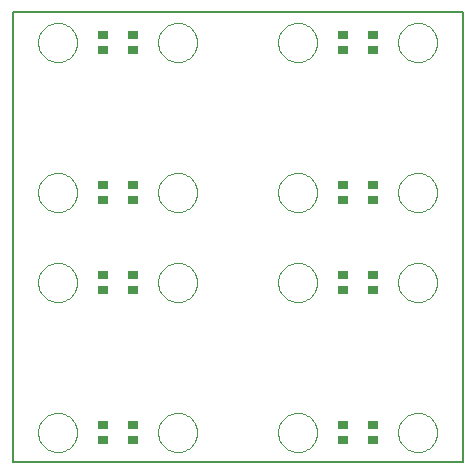
<source format=gtp>
G75*
G70*
%OFA0B0*%
%FSLAX24Y24*%
%IPPOS*%
%LPD*%
%AMOC8*
5,1,8,0,0,1.08239X$1,22.5*
%
%ADD10C,0.0080*%
%ADD11R,0.0354X0.0276*%
%ADD12C,0.0000*%
D10*
X008338Y000501D02*
X008338Y015501D01*
X023338Y015501D01*
X023338Y000501D01*
X008338Y000501D01*
D11*
X011338Y001245D03*
X012338Y001245D03*
X012338Y001757D03*
X011338Y001757D03*
X019338Y001757D03*
X020338Y001757D03*
X020338Y001245D03*
X019338Y001245D03*
X019338Y006245D03*
X019338Y006757D03*
X020338Y006757D03*
X020338Y006245D03*
X020338Y009245D03*
X019338Y009245D03*
X019338Y009757D03*
X020338Y009757D03*
X012338Y009757D03*
X011338Y009757D03*
X011338Y009245D03*
X012338Y009245D03*
X012338Y006757D03*
X011338Y006757D03*
X011338Y006245D03*
X012338Y006245D03*
X012338Y014245D03*
X011338Y014245D03*
X011338Y014757D03*
X012338Y014757D03*
X019338Y014757D03*
X019338Y014245D03*
X020338Y014245D03*
X020338Y014757D03*
D12*
X021188Y014501D02*
X021190Y014551D01*
X021196Y014601D01*
X021206Y014651D01*
X021219Y014699D01*
X021236Y014747D01*
X021257Y014793D01*
X021281Y014837D01*
X021309Y014879D01*
X021340Y014919D01*
X021374Y014956D01*
X021411Y014991D01*
X021450Y015022D01*
X021491Y015051D01*
X021535Y015076D01*
X021581Y015098D01*
X021628Y015116D01*
X021676Y015130D01*
X021725Y015141D01*
X021775Y015148D01*
X021825Y015151D01*
X021876Y015150D01*
X021926Y015145D01*
X021976Y015136D01*
X022024Y015124D01*
X022072Y015107D01*
X022118Y015087D01*
X022163Y015064D01*
X022206Y015037D01*
X022246Y015007D01*
X022284Y014974D01*
X022319Y014938D01*
X022352Y014899D01*
X022381Y014858D01*
X022407Y014815D01*
X022430Y014770D01*
X022449Y014723D01*
X022464Y014675D01*
X022476Y014626D01*
X022484Y014576D01*
X022488Y014526D01*
X022488Y014476D01*
X022484Y014426D01*
X022476Y014376D01*
X022464Y014327D01*
X022449Y014279D01*
X022430Y014232D01*
X022407Y014187D01*
X022381Y014144D01*
X022352Y014103D01*
X022319Y014064D01*
X022284Y014028D01*
X022246Y013995D01*
X022206Y013965D01*
X022163Y013938D01*
X022118Y013915D01*
X022072Y013895D01*
X022024Y013878D01*
X021976Y013866D01*
X021926Y013857D01*
X021876Y013852D01*
X021825Y013851D01*
X021775Y013854D01*
X021725Y013861D01*
X021676Y013872D01*
X021628Y013886D01*
X021581Y013904D01*
X021535Y013926D01*
X021491Y013951D01*
X021450Y013980D01*
X021411Y014011D01*
X021374Y014046D01*
X021340Y014083D01*
X021309Y014123D01*
X021281Y014165D01*
X021257Y014209D01*
X021236Y014255D01*
X021219Y014303D01*
X021206Y014351D01*
X021196Y014401D01*
X021190Y014451D01*
X021188Y014501D01*
X017188Y014501D02*
X017190Y014551D01*
X017196Y014601D01*
X017206Y014651D01*
X017219Y014699D01*
X017236Y014747D01*
X017257Y014793D01*
X017281Y014837D01*
X017309Y014879D01*
X017340Y014919D01*
X017374Y014956D01*
X017411Y014991D01*
X017450Y015022D01*
X017491Y015051D01*
X017535Y015076D01*
X017581Y015098D01*
X017628Y015116D01*
X017676Y015130D01*
X017725Y015141D01*
X017775Y015148D01*
X017825Y015151D01*
X017876Y015150D01*
X017926Y015145D01*
X017976Y015136D01*
X018024Y015124D01*
X018072Y015107D01*
X018118Y015087D01*
X018163Y015064D01*
X018206Y015037D01*
X018246Y015007D01*
X018284Y014974D01*
X018319Y014938D01*
X018352Y014899D01*
X018381Y014858D01*
X018407Y014815D01*
X018430Y014770D01*
X018449Y014723D01*
X018464Y014675D01*
X018476Y014626D01*
X018484Y014576D01*
X018488Y014526D01*
X018488Y014476D01*
X018484Y014426D01*
X018476Y014376D01*
X018464Y014327D01*
X018449Y014279D01*
X018430Y014232D01*
X018407Y014187D01*
X018381Y014144D01*
X018352Y014103D01*
X018319Y014064D01*
X018284Y014028D01*
X018246Y013995D01*
X018206Y013965D01*
X018163Y013938D01*
X018118Y013915D01*
X018072Y013895D01*
X018024Y013878D01*
X017976Y013866D01*
X017926Y013857D01*
X017876Y013852D01*
X017825Y013851D01*
X017775Y013854D01*
X017725Y013861D01*
X017676Y013872D01*
X017628Y013886D01*
X017581Y013904D01*
X017535Y013926D01*
X017491Y013951D01*
X017450Y013980D01*
X017411Y014011D01*
X017374Y014046D01*
X017340Y014083D01*
X017309Y014123D01*
X017281Y014165D01*
X017257Y014209D01*
X017236Y014255D01*
X017219Y014303D01*
X017206Y014351D01*
X017196Y014401D01*
X017190Y014451D01*
X017188Y014501D01*
X013188Y014501D02*
X013190Y014551D01*
X013196Y014601D01*
X013206Y014651D01*
X013219Y014699D01*
X013236Y014747D01*
X013257Y014793D01*
X013281Y014837D01*
X013309Y014879D01*
X013340Y014919D01*
X013374Y014956D01*
X013411Y014991D01*
X013450Y015022D01*
X013491Y015051D01*
X013535Y015076D01*
X013581Y015098D01*
X013628Y015116D01*
X013676Y015130D01*
X013725Y015141D01*
X013775Y015148D01*
X013825Y015151D01*
X013876Y015150D01*
X013926Y015145D01*
X013976Y015136D01*
X014024Y015124D01*
X014072Y015107D01*
X014118Y015087D01*
X014163Y015064D01*
X014206Y015037D01*
X014246Y015007D01*
X014284Y014974D01*
X014319Y014938D01*
X014352Y014899D01*
X014381Y014858D01*
X014407Y014815D01*
X014430Y014770D01*
X014449Y014723D01*
X014464Y014675D01*
X014476Y014626D01*
X014484Y014576D01*
X014488Y014526D01*
X014488Y014476D01*
X014484Y014426D01*
X014476Y014376D01*
X014464Y014327D01*
X014449Y014279D01*
X014430Y014232D01*
X014407Y014187D01*
X014381Y014144D01*
X014352Y014103D01*
X014319Y014064D01*
X014284Y014028D01*
X014246Y013995D01*
X014206Y013965D01*
X014163Y013938D01*
X014118Y013915D01*
X014072Y013895D01*
X014024Y013878D01*
X013976Y013866D01*
X013926Y013857D01*
X013876Y013852D01*
X013825Y013851D01*
X013775Y013854D01*
X013725Y013861D01*
X013676Y013872D01*
X013628Y013886D01*
X013581Y013904D01*
X013535Y013926D01*
X013491Y013951D01*
X013450Y013980D01*
X013411Y014011D01*
X013374Y014046D01*
X013340Y014083D01*
X013309Y014123D01*
X013281Y014165D01*
X013257Y014209D01*
X013236Y014255D01*
X013219Y014303D01*
X013206Y014351D01*
X013196Y014401D01*
X013190Y014451D01*
X013188Y014501D01*
X009188Y014501D02*
X009190Y014551D01*
X009196Y014601D01*
X009206Y014651D01*
X009219Y014699D01*
X009236Y014747D01*
X009257Y014793D01*
X009281Y014837D01*
X009309Y014879D01*
X009340Y014919D01*
X009374Y014956D01*
X009411Y014991D01*
X009450Y015022D01*
X009491Y015051D01*
X009535Y015076D01*
X009581Y015098D01*
X009628Y015116D01*
X009676Y015130D01*
X009725Y015141D01*
X009775Y015148D01*
X009825Y015151D01*
X009876Y015150D01*
X009926Y015145D01*
X009976Y015136D01*
X010024Y015124D01*
X010072Y015107D01*
X010118Y015087D01*
X010163Y015064D01*
X010206Y015037D01*
X010246Y015007D01*
X010284Y014974D01*
X010319Y014938D01*
X010352Y014899D01*
X010381Y014858D01*
X010407Y014815D01*
X010430Y014770D01*
X010449Y014723D01*
X010464Y014675D01*
X010476Y014626D01*
X010484Y014576D01*
X010488Y014526D01*
X010488Y014476D01*
X010484Y014426D01*
X010476Y014376D01*
X010464Y014327D01*
X010449Y014279D01*
X010430Y014232D01*
X010407Y014187D01*
X010381Y014144D01*
X010352Y014103D01*
X010319Y014064D01*
X010284Y014028D01*
X010246Y013995D01*
X010206Y013965D01*
X010163Y013938D01*
X010118Y013915D01*
X010072Y013895D01*
X010024Y013878D01*
X009976Y013866D01*
X009926Y013857D01*
X009876Y013852D01*
X009825Y013851D01*
X009775Y013854D01*
X009725Y013861D01*
X009676Y013872D01*
X009628Y013886D01*
X009581Y013904D01*
X009535Y013926D01*
X009491Y013951D01*
X009450Y013980D01*
X009411Y014011D01*
X009374Y014046D01*
X009340Y014083D01*
X009309Y014123D01*
X009281Y014165D01*
X009257Y014209D01*
X009236Y014255D01*
X009219Y014303D01*
X009206Y014351D01*
X009196Y014401D01*
X009190Y014451D01*
X009188Y014501D01*
X009188Y009501D02*
X009190Y009551D01*
X009196Y009601D01*
X009206Y009651D01*
X009219Y009699D01*
X009236Y009747D01*
X009257Y009793D01*
X009281Y009837D01*
X009309Y009879D01*
X009340Y009919D01*
X009374Y009956D01*
X009411Y009991D01*
X009450Y010022D01*
X009491Y010051D01*
X009535Y010076D01*
X009581Y010098D01*
X009628Y010116D01*
X009676Y010130D01*
X009725Y010141D01*
X009775Y010148D01*
X009825Y010151D01*
X009876Y010150D01*
X009926Y010145D01*
X009976Y010136D01*
X010024Y010124D01*
X010072Y010107D01*
X010118Y010087D01*
X010163Y010064D01*
X010206Y010037D01*
X010246Y010007D01*
X010284Y009974D01*
X010319Y009938D01*
X010352Y009899D01*
X010381Y009858D01*
X010407Y009815D01*
X010430Y009770D01*
X010449Y009723D01*
X010464Y009675D01*
X010476Y009626D01*
X010484Y009576D01*
X010488Y009526D01*
X010488Y009476D01*
X010484Y009426D01*
X010476Y009376D01*
X010464Y009327D01*
X010449Y009279D01*
X010430Y009232D01*
X010407Y009187D01*
X010381Y009144D01*
X010352Y009103D01*
X010319Y009064D01*
X010284Y009028D01*
X010246Y008995D01*
X010206Y008965D01*
X010163Y008938D01*
X010118Y008915D01*
X010072Y008895D01*
X010024Y008878D01*
X009976Y008866D01*
X009926Y008857D01*
X009876Y008852D01*
X009825Y008851D01*
X009775Y008854D01*
X009725Y008861D01*
X009676Y008872D01*
X009628Y008886D01*
X009581Y008904D01*
X009535Y008926D01*
X009491Y008951D01*
X009450Y008980D01*
X009411Y009011D01*
X009374Y009046D01*
X009340Y009083D01*
X009309Y009123D01*
X009281Y009165D01*
X009257Y009209D01*
X009236Y009255D01*
X009219Y009303D01*
X009206Y009351D01*
X009196Y009401D01*
X009190Y009451D01*
X009188Y009501D01*
X013188Y009501D02*
X013190Y009551D01*
X013196Y009601D01*
X013206Y009651D01*
X013219Y009699D01*
X013236Y009747D01*
X013257Y009793D01*
X013281Y009837D01*
X013309Y009879D01*
X013340Y009919D01*
X013374Y009956D01*
X013411Y009991D01*
X013450Y010022D01*
X013491Y010051D01*
X013535Y010076D01*
X013581Y010098D01*
X013628Y010116D01*
X013676Y010130D01*
X013725Y010141D01*
X013775Y010148D01*
X013825Y010151D01*
X013876Y010150D01*
X013926Y010145D01*
X013976Y010136D01*
X014024Y010124D01*
X014072Y010107D01*
X014118Y010087D01*
X014163Y010064D01*
X014206Y010037D01*
X014246Y010007D01*
X014284Y009974D01*
X014319Y009938D01*
X014352Y009899D01*
X014381Y009858D01*
X014407Y009815D01*
X014430Y009770D01*
X014449Y009723D01*
X014464Y009675D01*
X014476Y009626D01*
X014484Y009576D01*
X014488Y009526D01*
X014488Y009476D01*
X014484Y009426D01*
X014476Y009376D01*
X014464Y009327D01*
X014449Y009279D01*
X014430Y009232D01*
X014407Y009187D01*
X014381Y009144D01*
X014352Y009103D01*
X014319Y009064D01*
X014284Y009028D01*
X014246Y008995D01*
X014206Y008965D01*
X014163Y008938D01*
X014118Y008915D01*
X014072Y008895D01*
X014024Y008878D01*
X013976Y008866D01*
X013926Y008857D01*
X013876Y008852D01*
X013825Y008851D01*
X013775Y008854D01*
X013725Y008861D01*
X013676Y008872D01*
X013628Y008886D01*
X013581Y008904D01*
X013535Y008926D01*
X013491Y008951D01*
X013450Y008980D01*
X013411Y009011D01*
X013374Y009046D01*
X013340Y009083D01*
X013309Y009123D01*
X013281Y009165D01*
X013257Y009209D01*
X013236Y009255D01*
X013219Y009303D01*
X013206Y009351D01*
X013196Y009401D01*
X013190Y009451D01*
X013188Y009501D01*
X017188Y009501D02*
X017190Y009551D01*
X017196Y009601D01*
X017206Y009651D01*
X017219Y009699D01*
X017236Y009747D01*
X017257Y009793D01*
X017281Y009837D01*
X017309Y009879D01*
X017340Y009919D01*
X017374Y009956D01*
X017411Y009991D01*
X017450Y010022D01*
X017491Y010051D01*
X017535Y010076D01*
X017581Y010098D01*
X017628Y010116D01*
X017676Y010130D01*
X017725Y010141D01*
X017775Y010148D01*
X017825Y010151D01*
X017876Y010150D01*
X017926Y010145D01*
X017976Y010136D01*
X018024Y010124D01*
X018072Y010107D01*
X018118Y010087D01*
X018163Y010064D01*
X018206Y010037D01*
X018246Y010007D01*
X018284Y009974D01*
X018319Y009938D01*
X018352Y009899D01*
X018381Y009858D01*
X018407Y009815D01*
X018430Y009770D01*
X018449Y009723D01*
X018464Y009675D01*
X018476Y009626D01*
X018484Y009576D01*
X018488Y009526D01*
X018488Y009476D01*
X018484Y009426D01*
X018476Y009376D01*
X018464Y009327D01*
X018449Y009279D01*
X018430Y009232D01*
X018407Y009187D01*
X018381Y009144D01*
X018352Y009103D01*
X018319Y009064D01*
X018284Y009028D01*
X018246Y008995D01*
X018206Y008965D01*
X018163Y008938D01*
X018118Y008915D01*
X018072Y008895D01*
X018024Y008878D01*
X017976Y008866D01*
X017926Y008857D01*
X017876Y008852D01*
X017825Y008851D01*
X017775Y008854D01*
X017725Y008861D01*
X017676Y008872D01*
X017628Y008886D01*
X017581Y008904D01*
X017535Y008926D01*
X017491Y008951D01*
X017450Y008980D01*
X017411Y009011D01*
X017374Y009046D01*
X017340Y009083D01*
X017309Y009123D01*
X017281Y009165D01*
X017257Y009209D01*
X017236Y009255D01*
X017219Y009303D01*
X017206Y009351D01*
X017196Y009401D01*
X017190Y009451D01*
X017188Y009501D01*
X021188Y009501D02*
X021190Y009551D01*
X021196Y009601D01*
X021206Y009651D01*
X021219Y009699D01*
X021236Y009747D01*
X021257Y009793D01*
X021281Y009837D01*
X021309Y009879D01*
X021340Y009919D01*
X021374Y009956D01*
X021411Y009991D01*
X021450Y010022D01*
X021491Y010051D01*
X021535Y010076D01*
X021581Y010098D01*
X021628Y010116D01*
X021676Y010130D01*
X021725Y010141D01*
X021775Y010148D01*
X021825Y010151D01*
X021876Y010150D01*
X021926Y010145D01*
X021976Y010136D01*
X022024Y010124D01*
X022072Y010107D01*
X022118Y010087D01*
X022163Y010064D01*
X022206Y010037D01*
X022246Y010007D01*
X022284Y009974D01*
X022319Y009938D01*
X022352Y009899D01*
X022381Y009858D01*
X022407Y009815D01*
X022430Y009770D01*
X022449Y009723D01*
X022464Y009675D01*
X022476Y009626D01*
X022484Y009576D01*
X022488Y009526D01*
X022488Y009476D01*
X022484Y009426D01*
X022476Y009376D01*
X022464Y009327D01*
X022449Y009279D01*
X022430Y009232D01*
X022407Y009187D01*
X022381Y009144D01*
X022352Y009103D01*
X022319Y009064D01*
X022284Y009028D01*
X022246Y008995D01*
X022206Y008965D01*
X022163Y008938D01*
X022118Y008915D01*
X022072Y008895D01*
X022024Y008878D01*
X021976Y008866D01*
X021926Y008857D01*
X021876Y008852D01*
X021825Y008851D01*
X021775Y008854D01*
X021725Y008861D01*
X021676Y008872D01*
X021628Y008886D01*
X021581Y008904D01*
X021535Y008926D01*
X021491Y008951D01*
X021450Y008980D01*
X021411Y009011D01*
X021374Y009046D01*
X021340Y009083D01*
X021309Y009123D01*
X021281Y009165D01*
X021257Y009209D01*
X021236Y009255D01*
X021219Y009303D01*
X021206Y009351D01*
X021196Y009401D01*
X021190Y009451D01*
X021188Y009501D01*
X021188Y006501D02*
X021190Y006551D01*
X021196Y006601D01*
X021206Y006651D01*
X021219Y006699D01*
X021236Y006747D01*
X021257Y006793D01*
X021281Y006837D01*
X021309Y006879D01*
X021340Y006919D01*
X021374Y006956D01*
X021411Y006991D01*
X021450Y007022D01*
X021491Y007051D01*
X021535Y007076D01*
X021581Y007098D01*
X021628Y007116D01*
X021676Y007130D01*
X021725Y007141D01*
X021775Y007148D01*
X021825Y007151D01*
X021876Y007150D01*
X021926Y007145D01*
X021976Y007136D01*
X022024Y007124D01*
X022072Y007107D01*
X022118Y007087D01*
X022163Y007064D01*
X022206Y007037D01*
X022246Y007007D01*
X022284Y006974D01*
X022319Y006938D01*
X022352Y006899D01*
X022381Y006858D01*
X022407Y006815D01*
X022430Y006770D01*
X022449Y006723D01*
X022464Y006675D01*
X022476Y006626D01*
X022484Y006576D01*
X022488Y006526D01*
X022488Y006476D01*
X022484Y006426D01*
X022476Y006376D01*
X022464Y006327D01*
X022449Y006279D01*
X022430Y006232D01*
X022407Y006187D01*
X022381Y006144D01*
X022352Y006103D01*
X022319Y006064D01*
X022284Y006028D01*
X022246Y005995D01*
X022206Y005965D01*
X022163Y005938D01*
X022118Y005915D01*
X022072Y005895D01*
X022024Y005878D01*
X021976Y005866D01*
X021926Y005857D01*
X021876Y005852D01*
X021825Y005851D01*
X021775Y005854D01*
X021725Y005861D01*
X021676Y005872D01*
X021628Y005886D01*
X021581Y005904D01*
X021535Y005926D01*
X021491Y005951D01*
X021450Y005980D01*
X021411Y006011D01*
X021374Y006046D01*
X021340Y006083D01*
X021309Y006123D01*
X021281Y006165D01*
X021257Y006209D01*
X021236Y006255D01*
X021219Y006303D01*
X021206Y006351D01*
X021196Y006401D01*
X021190Y006451D01*
X021188Y006501D01*
X017188Y006501D02*
X017190Y006551D01*
X017196Y006601D01*
X017206Y006651D01*
X017219Y006699D01*
X017236Y006747D01*
X017257Y006793D01*
X017281Y006837D01*
X017309Y006879D01*
X017340Y006919D01*
X017374Y006956D01*
X017411Y006991D01*
X017450Y007022D01*
X017491Y007051D01*
X017535Y007076D01*
X017581Y007098D01*
X017628Y007116D01*
X017676Y007130D01*
X017725Y007141D01*
X017775Y007148D01*
X017825Y007151D01*
X017876Y007150D01*
X017926Y007145D01*
X017976Y007136D01*
X018024Y007124D01*
X018072Y007107D01*
X018118Y007087D01*
X018163Y007064D01*
X018206Y007037D01*
X018246Y007007D01*
X018284Y006974D01*
X018319Y006938D01*
X018352Y006899D01*
X018381Y006858D01*
X018407Y006815D01*
X018430Y006770D01*
X018449Y006723D01*
X018464Y006675D01*
X018476Y006626D01*
X018484Y006576D01*
X018488Y006526D01*
X018488Y006476D01*
X018484Y006426D01*
X018476Y006376D01*
X018464Y006327D01*
X018449Y006279D01*
X018430Y006232D01*
X018407Y006187D01*
X018381Y006144D01*
X018352Y006103D01*
X018319Y006064D01*
X018284Y006028D01*
X018246Y005995D01*
X018206Y005965D01*
X018163Y005938D01*
X018118Y005915D01*
X018072Y005895D01*
X018024Y005878D01*
X017976Y005866D01*
X017926Y005857D01*
X017876Y005852D01*
X017825Y005851D01*
X017775Y005854D01*
X017725Y005861D01*
X017676Y005872D01*
X017628Y005886D01*
X017581Y005904D01*
X017535Y005926D01*
X017491Y005951D01*
X017450Y005980D01*
X017411Y006011D01*
X017374Y006046D01*
X017340Y006083D01*
X017309Y006123D01*
X017281Y006165D01*
X017257Y006209D01*
X017236Y006255D01*
X017219Y006303D01*
X017206Y006351D01*
X017196Y006401D01*
X017190Y006451D01*
X017188Y006501D01*
X013188Y006501D02*
X013190Y006551D01*
X013196Y006601D01*
X013206Y006651D01*
X013219Y006699D01*
X013236Y006747D01*
X013257Y006793D01*
X013281Y006837D01*
X013309Y006879D01*
X013340Y006919D01*
X013374Y006956D01*
X013411Y006991D01*
X013450Y007022D01*
X013491Y007051D01*
X013535Y007076D01*
X013581Y007098D01*
X013628Y007116D01*
X013676Y007130D01*
X013725Y007141D01*
X013775Y007148D01*
X013825Y007151D01*
X013876Y007150D01*
X013926Y007145D01*
X013976Y007136D01*
X014024Y007124D01*
X014072Y007107D01*
X014118Y007087D01*
X014163Y007064D01*
X014206Y007037D01*
X014246Y007007D01*
X014284Y006974D01*
X014319Y006938D01*
X014352Y006899D01*
X014381Y006858D01*
X014407Y006815D01*
X014430Y006770D01*
X014449Y006723D01*
X014464Y006675D01*
X014476Y006626D01*
X014484Y006576D01*
X014488Y006526D01*
X014488Y006476D01*
X014484Y006426D01*
X014476Y006376D01*
X014464Y006327D01*
X014449Y006279D01*
X014430Y006232D01*
X014407Y006187D01*
X014381Y006144D01*
X014352Y006103D01*
X014319Y006064D01*
X014284Y006028D01*
X014246Y005995D01*
X014206Y005965D01*
X014163Y005938D01*
X014118Y005915D01*
X014072Y005895D01*
X014024Y005878D01*
X013976Y005866D01*
X013926Y005857D01*
X013876Y005852D01*
X013825Y005851D01*
X013775Y005854D01*
X013725Y005861D01*
X013676Y005872D01*
X013628Y005886D01*
X013581Y005904D01*
X013535Y005926D01*
X013491Y005951D01*
X013450Y005980D01*
X013411Y006011D01*
X013374Y006046D01*
X013340Y006083D01*
X013309Y006123D01*
X013281Y006165D01*
X013257Y006209D01*
X013236Y006255D01*
X013219Y006303D01*
X013206Y006351D01*
X013196Y006401D01*
X013190Y006451D01*
X013188Y006501D01*
X009188Y006501D02*
X009190Y006551D01*
X009196Y006601D01*
X009206Y006651D01*
X009219Y006699D01*
X009236Y006747D01*
X009257Y006793D01*
X009281Y006837D01*
X009309Y006879D01*
X009340Y006919D01*
X009374Y006956D01*
X009411Y006991D01*
X009450Y007022D01*
X009491Y007051D01*
X009535Y007076D01*
X009581Y007098D01*
X009628Y007116D01*
X009676Y007130D01*
X009725Y007141D01*
X009775Y007148D01*
X009825Y007151D01*
X009876Y007150D01*
X009926Y007145D01*
X009976Y007136D01*
X010024Y007124D01*
X010072Y007107D01*
X010118Y007087D01*
X010163Y007064D01*
X010206Y007037D01*
X010246Y007007D01*
X010284Y006974D01*
X010319Y006938D01*
X010352Y006899D01*
X010381Y006858D01*
X010407Y006815D01*
X010430Y006770D01*
X010449Y006723D01*
X010464Y006675D01*
X010476Y006626D01*
X010484Y006576D01*
X010488Y006526D01*
X010488Y006476D01*
X010484Y006426D01*
X010476Y006376D01*
X010464Y006327D01*
X010449Y006279D01*
X010430Y006232D01*
X010407Y006187D01*
X010381Y006144D01*
X010352Y006103D01*
X010319Y006064D01*
X010284Y006028D01*
X010246Y005995D01*
X010206Y005965D01*
X010163Y005938D01*
X010118Y005915D01*
X010072Y005895D01*
X010024Y005878D01*
X009976Y005866D01*
X009926Y005857D01*
X009876Y005852D01*
X009825Y005851D01*
X009775Y005854D01*
X009725Y005861D01*
X009676Y005872D01*
X009628Y005886D01*
X009581Y005904D01*
X009535Y005926D01*
X009491Y005951D01*
X009450Y005980D01*
X009411Y006011D01*
X009374Y006046D01*
X009340Y006083D01*
X009309Y006123D01*
X009281Y006165D01*
X009257Y006209D01*
X009236Y006255D01*
X009219Y006303D01*
X009206Y006351D01*
X009196Y006401D01*
X009190Y006451D01*
X009188Y006501D01*
X009188Y001501D02*
X009190Y001551D01*
X009196Y001601D01*
X009206Y001651D01*
X009219Y001699D01*
X009236Y001747D01*
X009257Y001793D01*
X009281Y001837D01*
X009309Y001879D01*
X009340Y001919D01*
X009374Y001956D01*
X009411Y001991D01*
X009450Y002022D01*
X009491Y002051D01*
X009535Y002076D01*
X009581Y002098D01*
X009628Y002116D01*
X009676Y002130D01*
X009725Y002141D01*
X009775Y002148D01*
X009825Y002151D01*
X009876Y002150D01*
X009926Y002145D01*
X009976Y002136D01*
X010024Y002124D01*
X010072Y002107D01*
X010118Y002087D01*
X010163Y002064D01*
X010206Y002037D01*
X010246Y002007D01*
X010284Y001974D01*
X010319Y001938D01*
X010352Y001899D01*
X010381Y001858D01*
X010407Y001815D01*
X010430Y001770D01*
X010449Y001723D01*
X010464Y001675D01*
X010476Y001626D01*
X010484Y001576D01*
X010488Y001526D01*
X010488Y001476D01*
X010484Y001426D01*
X010476Y001376D01*
X010464Y001327D01*
X010449Y001279D01*
X010430Y001232D01*
X010407Y001187D01*
X010381Y001144D01*
X010352Y001103D01*
X010319Y001064D01*
X010284Y001028D01*
X010246Y000995D01*
X010206Y000965D01*
X010163Y000938D01*
X010118Y000915D01*
X010072Y000895D01*
X010024Y000878D01*
X009976Y000866D01*
X009926Y000857D01*
X009876Y000852D01*
X009825Y000851D01*
X009775Y000854D01*
X009725Y000861D01*
X009676Y000872D01*
X009628Y000886D01*
X009581Y000904D01*
X009535Y000926D01*
X009491Y000951D01*
X009450Y000980D01*
X009411Y001011D01*
X009374Y001046D01*
X009340Y001083D01*
X009309Y001123D01*
X009281Y001165D01*
X009257Y001209D01*
X009236Y001255D01*
X009219Y001303D01*
X009206Y001351D01*
X009196Y001401D01*
X009190Y001451D01*
X009188Y001501D01*
X013188Y001501D02*
X013190Y001551D01*
X013196Y001601D01*
X013206Y001651D01*
X013219Y001699D01*
X013236Y001747D01*
X013257Y001793D01*
X013281Y001837D01*
X013309Y001879D01*
X013340Y001919D01*
X013374Y001956D01*
X013411Y001991D01*
X013450Y002022D01*
X013491Y002051D01*
X013535Y002076D01*
X013581Y002098D01*
X013628Y002116D01*
X013676Y002130D01*
X013725Y002141D01*
X013775Y002148D01*
X013825Y002151D01*
X013876Y002150D01*
X013926Y002145D01*
X013976Y002136D01*
X014024Y002124D01*
X014072Y002107D01*
X014118Y002087D01*
X014163Y002064D01*
X014206Y002037D01*
X014246Y002007D01*
X014284Y001974D01*
X014319Y001938D01*
X014352Y001899D01*
X014381Y001858D01*
X014407Y001815D01*
X014430Y001770D01*
X014449Y001723D01*
X014464Y001675D01*
X014476Y001626D01*
X014484Y001576D01*
X014488Y001526D01*
X014488Y001476D01*
X014484Y001426D01*
X014476Y001376D01*
X014464Y001327D01*
X014449Y001279D01*
X014430Y001232D01*
X014407Y001187D01*
X014381Y001144D01*
X014352Y001103D01*
X014319Y001064D01*
X014284Y001028D01*
X014246Y000995D01*
X014206Y000965D01*
X014163Y000938D01*
X014118Y000915D01*
X014072Y000895D01*
X014024Y000878D01*
X013976Y000866D01*
X013926Y000857D01*
X013876Y000852D01*
X013825Y000851D01*
X013775Y000854D01*
X013725Y000861D01*
X013676Y000872D01*
X013628Y000886D01*
X013581Y000904D01*
X013535Y000926D01*
X013491Y000951D01*
X013450Y000980D01*
X013411Y001011D01*
X013374Y001046D01*
X013340Y001083D01*
X013309Y001123D01*
X013281Y001165D01*
X013257Y001209D01*
X013236Y001255D01*
X013219Y001303D01*
X013206Y001351D01*
X013196Y001401D01*
X013190Y001451D01*
X013188Y001501D01*
X017188Y001501D02*
X017190Y001551D01*
X017196Y001601D01*
X017206Y001651D01*
X017219Y001699D01*
X017236Y001747D01*
X017257Y001793D01*
X017281Y001837D01*
X017309Y001879D01*
X017340Y001919D01*
X017374Y001956D01*
X017411Y001991D01*
X017450Y002022D01*
X017491Y002051D01*
X017535Y002076D01*
X017581Y002098D01*
X017628Y002116D01*
X017676Y002130D01*
X017725Y002141D01*
X017775Y002148D01*
X017825Y002151D01*
X017876Y002150D01*
X017926Y002145D01*
X017976Y002136D01*
X018024Y002124D01*
X018072Y002107D01*
X018118Y002087D01*
X018163Y002064D01*
X018206Y002037D01*
X018246Y002007D01*
X018284Y001974D01*
X018319Y001938D01*
X018352Y001899D01*
X018381Y001858D01*
X018407Y001815D01*
X018430Y001770D01*
X018449Y001723D01*
X018464Y001675D01*
X018476Y001626D01*
X018484Y001576D01*
X018488Y001526D01*
X018488Y001476D01*
X018484Y001426D01*
X018476Y001376D01*
X018464Y001327D01*
X018449Y001279D01*
X018430Y001232D01*
X018407Y001187D01*
X018381Y001144D01*
X018352Y001103D01*
X018319Y001064D01*
X018284Y001028D01*
X018246Y000995D01*
X018206Y000965D01*
X018163Y000938D01*
X018118Y000915D01*
X018072Y000895D01*
X018024Y000878D01*
X017976Y000866D01*
X017926Y000857D01*
X017876Y000852D01*
X017825Y000851D01*
X017775Y000854D01*
X017725Y000861D01*
X017676Y000872D01*
X017628Y000886D01*
X017581Y000904D01*
X017535Y000926D01*
X017491Y000951D01*
X017450Y000980D01*
X017411Y001011D01*
X017374Y001046D01*
X017340Y001083D01*
X017309Y001123D01*
X017281Y001165D01*
X017257Y001209D01*
X017236Y001255D01*
X017219Y001303D01*
X017206Y001351D01*
X017196Y001401D01*
X017190Y001451D01*
X017188Y001501D01*
X021188Y001501D02*
X021190Y001551D01*
X021196Y001601D01*
X021206Y001651D01*
X021219Y001699D01*
X021236Y001747D01*
X021257Y001793D01*
X021281Y001837D01*
X021309Y001879D01*
X021340Y001919D01*
X021374Y001956D01*
X021411Y001991D01*
X021450Y002022D01*
X021491Y002051D01*
X021535Y002076D01*
X021581Y002098D01*
X021628Y002116D01*
X021676Y002130D01*
X021725Y002141D01*
X021775Y002148D01*
X021825Y002151D01*
X021876Y002150D01*
X021926Y002145D01*
X021976Y002136D01*
X022024Y002124D01*
X022072Y002107D01*
X022118Y002087D01*
X022163Y002064D01*
X022206Y002037D01*
X022246Y002007D01*
X022284Y001974D01*
X022319Y001938D01*
X022352Y001899D01*
X022381Y001858D01*
X022407Y001815D01*
X022430Y001770D01*
X022449Y001723D01*
X022464Y001675D01*
X022476Y001626D01*
X022484Y001576D01*
X022488Y001526D01*
X022488Y001476D01*
X022484Y001426D01*
X022476Y001376D01*
X022464Y001327D01*
X022449Y001279D01*
X022430Y001232D01*
X022407Y001187D01*
X022381Y001144D01*
X022352Y001103D01*
X022319Y001064D01*
X022284Y001028D01*
X022246Y000995D01*
X022206Y000965D01*
X022163Y000938D01*
X022118Y000915D01*
X022072Y000895D01*
X022024Y000878D01*
X021976Y000866D01*
X021926Y000857D01*
X021876Y000852D01*
X021825Y000851D01*
X021775Y000854D01*
X021725Y000861D01*
X021676Y000872D01*
X021628Y000886D01*
X021581Y000904D01*
X021535Y000926D01*
X021491Y000951D01*
X021450Y000980D01*
X021411Y001011D01*
X021374Y001046D01*
X021340Y001083D01*
X021309Y001123D01*
X021281Y001165D01*
X021257Y001209D01*
X021236Y001255D01*
X021219Y001303D01*
X021206Y001351D01*
X021196Y001401D01*
X021190Y001451D01*
X021188Y001501D01*
M02*

</source>
